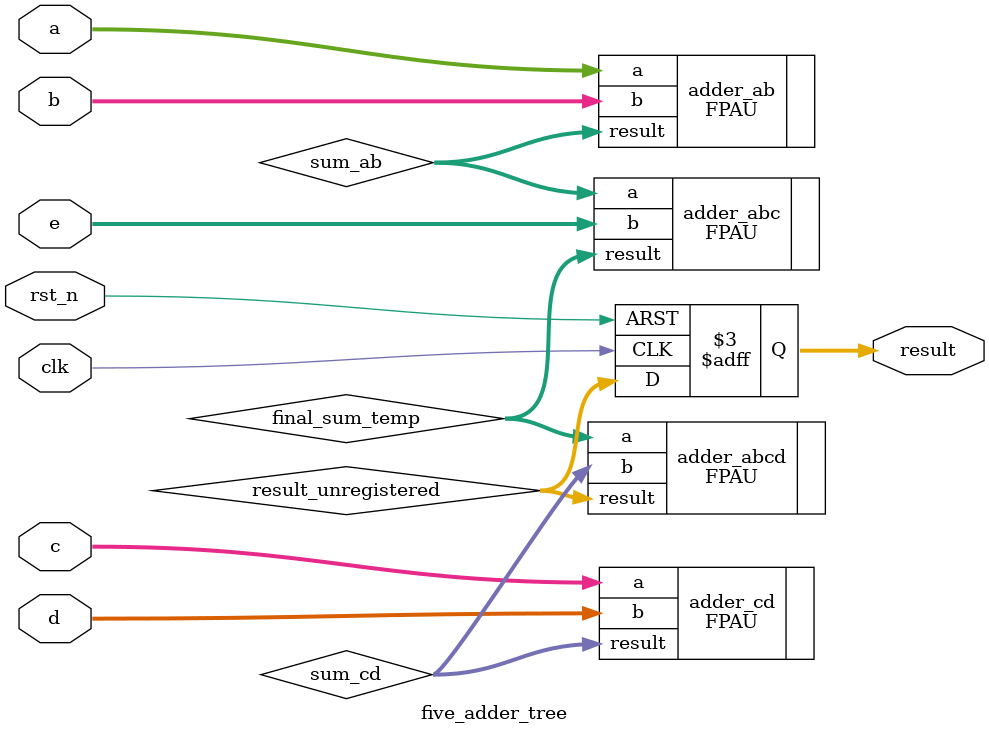
<source format=sv>
module five_adder_tree#(
    parameter SIGN = 1,
    parameter WIDTH = 8, // Width of the input data
    parameter FP_POSITIONS = 4 // Number of positions for the fixed point representation
)(
    input logic clk,
    input logic rst_n, // Active low reset
    input logic [WIDTH-1:0] a, // Input A
    input logic [WIDTH-1:0] b, // Input B
    input logic [WIDTH-1:0] c, // Input C
    input logic [WIDTH-1:0] d, // Input D
    input logic [WIDTH-1:0] e, // Input E
    output logic [WIDTH-1:0] result // Result of the addition, now a registered output
);
    logic [WIDTH - 1:0] sum_ab, sum_cd, final_sum_temp;
    logic [WIDTH - 1:0] result_unregistered; // Intermediate unregistered result

    FPAU #(
        .SIGN(SIGN),
        .WIDTH(WIDTH),
        .FP_POSITIONS(FP_POSITIONS)
    ) adder_ab (
        .a(a),
        .b(b),
        .result(sum_ab)
    );

    FPAU #(
        .SIGN(SIGN),
        .WIDTH(WIDTH),
        .FP_POSITIONS(FP_POSITIONS)
    ) adder_cd (
        .a(c),
        .b(d),
        .result(sum_cd)
    );

    FPAU #(
        .SIGN(SIGN),
        .WIDTH(WIDTH), // Increase width to avoid intermediate overflow
        .FP_POSITIONS(FP_POSITIONS)
    ) adder_abc (
        .a(sum_ab),
        .b(e), // Align width by adding a leading zero
        .result(final_sum_temp)
    );

    FPAU #(
        .SIGN(SIGN),
        .WIDTH(WIDTH), // Maintain increased width
        .FP_POSITIONS(FP_POSITIONS)
    ) adder_abcd (
        .a(final_sum_temp),
        .b(sum_cd), // Align width by adding a leading zero
        .result(result_unregistered)
    );

    // Register the final result
    always_ff @(posedge clk or negedge rst_n) begin
        if (!rst_n) begin
            result <= '0;
        end else begin
            result <= result_unregistered[WIDTH-1:0]; // Take lower WIDTH bits
        end
    end

endmodule

</source>
